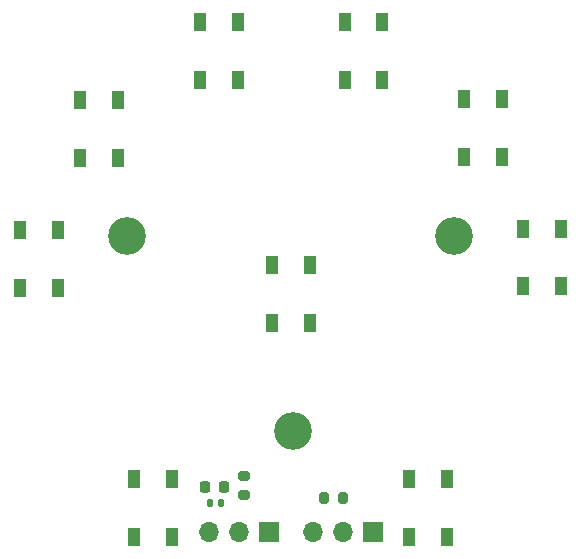
<source format=gts>
%TF.GenerationSoftware,KiCad,Pcbnew,6.0.4-6f826c9f35~116~ubuntu20.04.1*%
%TF.CreationDate,2022-04-29T21:51:39-06:00*%
%TF.ProjectId,circle-small,63697263-6c65-42d7-936d-616c6c2e6b69,rev?*%
%TF.SameCoordinates,Original*%
%TF.FileFunction,Soldermask,Top*%
%TF.FilePolarity,Negative*%
%FSLAX46Y46*%
G04 Gerber Fmt 4.6, Leading zero omitted, Abs format (unit mm)*
G04 Created by KiCad (PCBNEW 6.0.4-6f826c9f35~116~ubuntu20.04.1) date 2022-04-29 21:51:39*
%MOMM*%
%LPD*%
G01*
G04 APERTURE LIST*
G04 Aperture macros list*
%AMRoundRect*
0 Rectangle with rounded corners*
0 $1 Rounding radius*
0 $2 $3 $4 $5 $6 $7 $8 $9 X,Y pos of 4 corners*
0 Add a 4 corners polygon primitive as box body*
4,1,4,$2,$3,$4,$5,$6,$7,$8,$9,$2,$3,0*
0 Add four circle primitives for the rounded corners*
1,1,$1+$1,$2,$3*
1,1,$1+$1,$4,$5*
1,1,$1+$1,$6,$7*
1,1,$1+$1,$8,$9*
0 Add four rect primitives between the rounded corners*
20,1,$1+$1,$2,$3,$4,$5,0*
20,1,$1+$1,$4,$5,$6,$7,0*
20,1,$1+$1,$6,$7,$8,$9,0*
20,1,$1+$1,$8,$9,$2,$3,0*%
G04 Aperture macros list end*
%ADD10R,1.000000X1.500000*%
%ADD11RoundRect,0.200000X-0.200000X-0.275000X0.200000X-0.275000X0.200000X0.275000X-0.200000X0.275000X0*%
%ADD12R,1.700000X1.700000*%
%ADD13O,1.700000X1.700000*%
%ADD14RoundRect,0.225000X-0.225000X-0.250000X0.225000X-0.250000X0.225000X0.250000X-0.225000X0.250000X0*%
%ADD15RoundRect,0.200000X0.275000X-0.200000X0.275000X0.200000X-0.275000X0.200000X-0.275000X-0.200000X0*%
%ADD16C,3.200000*%
%ADD17RoundRect,0.140000X-0.140000X-0.170000X0.140000X-0.170000X0.140000X0.170000X-0.140000X0.170000X0*%
G04 APERTURE END LIST*
D10*
%TO.C,D1*%
X30000000Y-48350000D03*
X33200000Y-48350000D03*
X33200000Y-43450000D03*
X30000000Y-43450000D03*
%TD*%
%TO.C,D7*%
X63000000Y-69450000D03*
X66200000Y-69450000D03*
X66200000Y-64550000D03*
X63000000Y-64550000D03*
%TD*%
%TO.C,D9*%
X39700000Y-69450000D03*
X42900000Y-69450000D03*
X42900000Y-64550000D03*
X39700000Y-64550000D03*
%TD*%
%TO.C,D8*%
X51400000Y-51350000D03*
X54600000Y-51350000D03*
X54600000Y-46450000D03*
X51400000Y-46450000D03*
%TD*%
%TO.C,D6*%
X72600000Y-48250000D03*
X75800000Y-48250000D03*
X75800000Y-43350000D03*
X72600000Y-43350000D03*
%TD*%
D11*
%TO.C,R2*%
X55750000Y-66200000D03*
X57400000Y-66200000D03*
%TD*%
D10*
%TO.C,D2*%
X35100000Y-37350000D03*
X38300000Y-37350000D03*
X38300000Y-32450000D03*
X35100000Y-32450000D03*
%TD*%
D12*
%TO.C,J2*%
X59900000Y-69000000D03*
D13*
X57360000Y-69000000D03*
X54820000Y-69000000D03*
%TD*%
D14*
%TO.C,C1*%
X45710000Y-65200000D03*
X47260000Y-65200000D03*
%TD*%
D15*
%TO.C,R1*%
X48985000Y-65925000D03*
X48985000Y-64275000D03*
%TD*%
D16*
%TO.C,H1*%
X53100000Y-60500000D03*
%TD*%
%TO.C,H3*%
X39100000Y-44000000D03*
%TD*%
D10*
%TO.C,D3*%
X45300000Y-30750000D03*
X48500000Y-30750000D03*
X48500000Y-25850000D03*
X45300000Y-25850000D03*
%TD*%
D17*
%TO.C,C2*%
X46105000Y-66600000D03*
X47065000Y-66600000D03*
%TD*%
D10*
%TO.C,D4*%
X57500000Y-30750000D03*
X60700000Y-30750000D03*
X60700000Y-25850000D03*
X57500000Y-25850000D03*
%TD*%
D12*
%TO.C,J1*%
X51100000Y-69000000D03*
D13*
X48560000Y-69000000D03*
X46020000Y-69000000D03*
%TD*%
D10*
%TO.C,D5*%
X67600000Y-37250000D03*
X70800000Y-37250000D03*
X70800000Y-32350000D03*
X67600000Y-32350000D03*
%TD*%
D16*
%TO.C,H2*%
X66800000Y-44000000D03*
%TD*%
M02*

</source>
